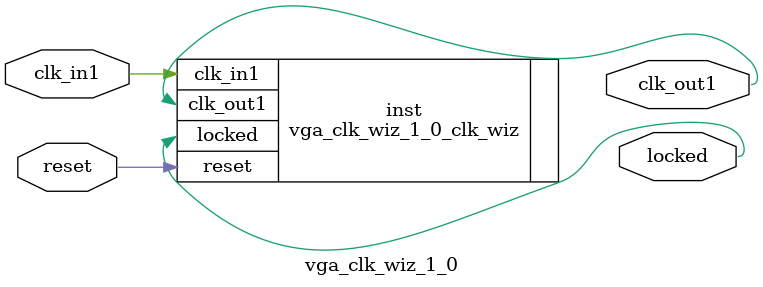
<source format=v>


`timescale 1ps/1ps

(* CORE_GENERATION_INFO = "vga_clk_wiz_1_0,clk_wiz_v6_0_2_0_0,{component_name=vga_clk_wiz_1_0,use_phase_alignment=true,use_min_o_jitter=false,use_max_i_jitter=false,use_dyn_phase_shift=false,use_inclk_switchover=false,use_dyn_reconfig=false,enable_axi=0,feedback_source=FDBK_AUTO,PRIMITIVE=MMCM,num_out_clk=1,clkin1_period=12.308,clkin2_period=10.000,use_power_down=false,use_reset=true,use_locked=true,use_inclk_stopped=false,feedback_type=SINGLE,CLOCK_MGR_TYPE=NA,manual_override=false}" *)

module vga_clk_wiz_1_0 
 (
  // Clock out ports
  output        clk_out1,
  // Status and control signals
  input         reset,
  output        locked,
 // Clock in ports
  input         clk_in1
 );

  vga_clk_wiz_1_0_clk_wiz inst
  (
  // Clock out ports  
  .clk_out1(clk_out1),
  // Status and control signals               
  .reset(reset), 
  .locked(locked),
 // Clock in ports
  .clk_in1(clk_in1)
  );

endmodule

</source>
